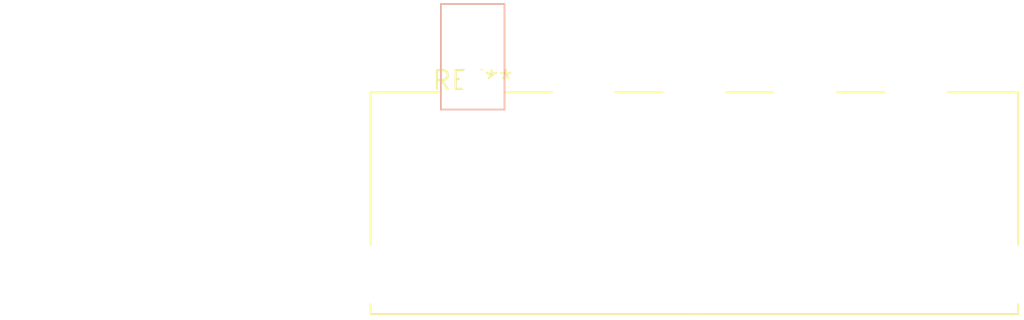
<source format=kicad_pcb>
(kicad_pcb (version 20240108) (generator pcbnew)
  (layers (0 "F.Cu" signal) (31 "B.Cu" signal) (34 "B.Paste" user) (35 "F.Paste" user) (36 "B.SilkS" user "B.Silkscreen") (37 "F.SilkS" user "F.Silkscreen") (38 "B.Mask" user) (39 "F.Mask" user) (44 "Edge.Cuts" user))
  (net 0 "")
  (footprint "Molex_Sabre_43160-1105_1x05_P7.49mm_Horizontal_ThermalVias" (layer "F.Cu") (at 0 0)
    (property "Reference" "REF**")
    (property "Value" "Molex_Sabre_43160-1105_1x05_P7.49mm_Horizontal_ThermalVias")
    (fp_line (start -2.15 -5.155) (end -2.15 1.975) (layer "B.SilkS") (stroke (width 0.12)))
    (fp_line (start -2.15 1.975) (end 2.15 1.975) (layer "B.SilkS") (stroke (width 0.12)))
    (fp_line (start 2.15 -5.155) (end -2.15 -5.155) (layer "B.SilkS") (stroke (width 0.12)))
    (fp_line (start 2.15 1.975) (end 2.15 -5.155) (layer "B.SilkS") (stroke (width 0.12)))
    (fp_line (start -6.9 0.815) (end -6.9 11.13) (layer "F.SilkS") (stroke (width 0.12)))
    (fp_line (start -6.9 15.13) (end -6.9 15.795) (layer "F.SilkS") (stroke (width 0.12)))
    (fp_line (start -6.9 15.795) (end 14.98 15.795) (layer "F.SilkS") (stroke (width 0.12)))
    (fp_line (start -2.15 0.815) (end -6.9 0.815) (layer "F.SilkS") (stroke (width 0.12)))
    (fp_line (start -2.15 0.815) (end -2.15 -4.895) (layer "F.SilkS") (stroke (width 0.12)))
    (fp_line (start 2.15 0.815) (end 5.34 0.815) (layer "F.SilkS") (stroke (width 0.12)))
    (fp_line (start 9.64 0.815) (end 12.83 0.815) (layer "F.SilkS") (stroke (width 0.12)))
    (fp_line (start 17.13 0.815) (end 20.32 0.815) (layer "F.SilkS") (stroke (width 0.12)))
    (fp_line (start 24.62 0.815) (end 27.81 0.815) (layer "F.SilkS") (stroke (width 0.12)))
    (fp_line (start 32.11 0.815) (end 36.86 0.815) (layer "F.SilkS") (stroke (width 0.12)))
    (fp_line (start 36.86 0.815) (end 36.86 11.13) (layer "F.SilkS") (stroke (width 0.12)))
    (fp_line (start 36.86 15.13) (end 36.86 15.795) (layer "F.SilkS") (stroke (width 0.12)))
    (fp_line (start 36.86 15.795) (end 14.98 15.795) (layer "F.SilkS") (stroke (width 0.12)))
    (pad "" thru_hole circle (at -4.75 13.13) (size 4 4) (drill 3) (layers *.Cu *.Mask) (remove_unused_layers))
    (pad "" thru_hole circle (at 34.71 13.13) (size 4 4) (drill 3) (layers *.Cu *.Mask) (remove_unused_layers))
    (pad "1" thru_hole rect (at -1.44 -4.445) (size 0.6 0.6) (drill 0.3) (layers *.Cu *.Mask) (remove_unused_layers))
    (pad "1" thru_hole rect (at -1.44 -3.0175) (size 0.6 0.6) (drill 0.3) (layers *.Cu *.Mask) (remove_unused_layers))
    (pad "1" thru_hole rect (at -1.44 -1.59) (size 0.6 0.6) (drill 0.3) (layers *.Cu *.Mask) (remove_unused_layers))
    (pad "1" thru_hole rect (at -1.44 -0.1625) (size 0.6 0.6) (drill 0.3) (layers *.Cu *.Mask) (remove_unused_layers))
    (pad "1" thru_hole rect (at -1.44 1.265) (size 0.6 0.6) (drill 0.3) (layers *.Cu *.Mask) (remove_unused_layers))
    (pad "1" thru_hole rect (at 0 -4.445) (size 0.6 0.6) (drill 0.3) (layers *.Cu *.Mask) (remove_unused_layers))
    (pad "1" thru_hole rect (at 0 -3.18) (size 3.78 3.43) (drill 1.78) (layers *.Cu *.Mask) (remove_unused_layers))
    (pad "1" thru_hole rect (at 0 -1.59) (size 0.6 0.6) (drill 0.3) (layers *.Cu *.Mask) (remove_unused_layers))
    (pad "1" thru_hole rect (at 0 0) (size 3.78 3.43) (drill 1.78) (layers *.Cu *.Mask) (remove_unused_layers))
    (pad "1" thru_hole rect (at 0 1.265) (size 0.6 0.6) (drill 0.3) (layers *.Cu *.Mask) (remove_unused_layers))
    (pad "1" thru_hole rect (at 1.44 -4.445) (size 0.6 0.6) (drill 0.3) (layers *.Cu *.Mask) (remove_unused_layers))
    (pad "1" thru_hole rect (at 1.44 -3.0175) (size 0.6 0.6) (drill 0.3) (layers *.Cu *.Mask) (remove_unused_layers))
    (pad "1" thru_hole rect (at 1.44 -1.59) (size 0.6 0.6) (drill 0.3) (layers *.Cu *.Mask) (remove_unused_layers))
    (pad "1" thru_hole rect (at 1.44 -0.1625) (size 0.6 0.6) (drill 0.3) (layers *.Cu *.Mask) (remove_unused_layers))
    (pad "1" thru_hole rect (at 1.44 1.265) (size 0.6 0.6) (drill 0.3) (layers *.Cu *.Mask) (remove_unused_layers))
    (pad "2" thru_hole circle (at 6.05 -4.445) (size 0.6 0.6) (drill 0.3) (layers *.Cu *.Mask) (remove_unused_layers))
    (pad "2" thru_hole circle (at 6.05 -3.0175) (size 0.6 0.6) (drill 0.3) (layers *.Cu *.Mask) (remove_unused_layers))
    (pad "2" thru_hole circle (at 6.05 -1.59) (size 0.6 0.6) (drill 0.3) (layers *.Cu *.Mask) (remove_unused_layers))
    (pad "2" thru_hole circle (at 6.05 -0.1625) (size 0.6 0.6) (drill 0.3) (layers *.Cu *.Mask) (remove_unused_layers))
    (pad "2" thru_hole circle (at 6.05 1.265) (size 0.6 0.6) (drill 0.3) (layers *.Cu *.Mask) (remove_unused_layers))
    (pad "2" thru_hole circle (at 7.49 -4.445) (size 0.6 0.6) (drill 0.3) (layers *.Cu *.Mask) (remove_unused_layers))
    (pad "2" thru_hole rect (at 7.49 -3.18) (size 3.78 3.43) (drill 1.78) (layers *.Cu *.Mask) (remove_unused_layers))
    (pad "2" thru_hole circle (at 7.49 -1.59) (size 0.6 0.6) (drill 0.3) (layers *.Cu *.Mask) (remove_unused_layers))
    (pad "2" thru_hole rect (at 7.49 0) (size 3.78 3.43) (drill 1.78) (layers *.Cu *.Mask) (remove_unused_layers))
    (pad "2" thru_hole circle (at 7.49 1.265) (size 0.6 0.6) (drill 0.3) (layers *.Cu *.Mask) (remove_unused_layers))
    (pad "2" thru_hole circle (at 8.93 -4.445) (size 0.6 0.6) (drill 0.3) (layers *.Cu *.Mask) (remove_unused_layers))
    (pad "2" thru_hole circle (at 8.93 -3.0175) (size 0.6 0.6) (drill 0.3) (layers *.Cu *.Mask) (remove_unused_layers))
    (pad "2" thru_hole circle (at 8.93 -1.59) (size 0.6 0.6) (drill 0.3) (layers *.Cu *.Mask) (remove_unused_layers))
    (pad "2" thru_hole circle (at 8.93 -0.1625) (size 0.6 0.6) (drill 0.3) (layers *.Cu *.Mask) (remove_unused_layers))
    (pad "2" thru_hole circle (at 8.93 1.265) (size 0.6 0.6) (drill 0.3) (layers *.Cu *.Mask) (remove_unused_layers))
    (pad "3" thru_hole circle (at 13.54 -4.445) (size 0.6 0.6) (drill 0.3) (layers *.Cu *.Mask) (remove_unused_layers))
    (pad "3" thru_hole circle (at 13.54 -3.0175) (size 0.6 0.6) (drill 0.3) (layers *.Cu *.Mask) (remove_unused_layers))
    (pad "3" thru_hole circle (at 13.54 -1.59) (size 0.6 0.6) (drill 0.3) (layers *.Cu *.Mask) (remove_unused_layers))
    (pad "3" thru_hole circle (at 13.54 -0.1625) (size 0.6 0.6) (drill 0.3) (layers *.Cu *.Mask) (remove_unused_layers))
    (pad "3" thru_hole circle (at 13.54 1.265) (size 0.6 0.6) (drill 0.3) (layers *.Cu *.Mask) (remove_unused_layers))
    (pad "3" thru_hole circle (at 14.98 -4.445) (size 0.6 0.6) (drill 0.3) (layers *.Cu *.Mask) (remove_unused_layers))
    (pad "3" thru_hole rect (at 14.98 -3.18) (size 3.78 3.43) (drill 1.78) (layers *.Cu *.Mask) (remove_unused_layers))
    (pad "3" thru_hole circle (at 14.98 -1.59) (size 0.6 0.6) (drill 0.3) (layers *.Cu *.Mask) (remove_unused_layers))
    (pad "3" thru_hole rect (at 14.98 0) (size 3.78 3.43) (drill 1.78) (layers *.Cu *.Mask) (remove_unused_layers))
    (pad "3" thru_hole circle (at 14.98 1.265) (size 0.6 0.6) (drill 0.3) (layers *.Cu *.Mask) (remove_unused_layers))
    (pad "3" thru_hole circle (at 16.42 -4.445) (size 0.6 0.6) (drill 0.3) (layers *.Cu *.Mask) (remove_unused_layers))
    (pad "3" thru_hole circle (at 16.42 -3.0175) (size 0.6 0.6) (drill 0.3) (layers *.Cu *.Mask) (remove_unused_layers))
    (pad "3" thru_hole circle (at 16.42 -1.59) (size 0.6 0.6) (drill 0.3) (layers *.Cu *.Mask) (remove_unused_layers))
    (pad "3" thru_hole circle (at 16.42 -0.1625) (size 0.6 0.6) (drill 0.3) (layers *.Cu *.Mask) (remove_unused_layers))
    (pad "3" thru_hole circle (at 16.42 1.265) (size 0.6 0.6) (drill 0.3) (layers *.Cu *.Mask) (remove_unused_layers))
    (pad "4" thru_hole circle (at 21.03 -4.445) (size 0.6 0.6) (drill 0.3) (layers *.Cu *.Mask) (remove_unused_layers))
    (pad "4" thru_hole circle (at 21.03 -3.0175) (size 0.6 0.6) (drill 0.3) (layers *.Cu *.Mask) (remove_unused_layers))
    (pad "4" thru_hole circle (at 21.03 -1.59) (size 0.6 0.6) (drill 0.3) (layers *.Cu *.Mask) (remove_unused_layers))
    (pad "4" thru_hole circle (at 21.03 -0.1625) (size 0.6 0.6) (drill 0.3) (layers *.Cu *.Mask) (remove_unused_layers))
    (pad "4" thru_hole circle (at 21.03 1.265) (size 0.6 0.6) (drill 0.3) (layers *.Cu *.Mask) (remove_unused_layers))
    (pad "4" thru_hole circle (at 22.47 -4.445) (size 0.6 0.6) (drill 0.3) (layers *.Cu *.Mask) (remove_unused_layers))
    (pad "4" thru_hole rect (at 22.47 -3.18) (size 3.78 3.43) (drill 1.78) (layers *.Cu *.Mask) (remove_unused_layers))
    (pad "4" thru_hole circle (at 22.47 -1.59) (size 0.6 0.6) (drill 0.3) (layers *.Cu *.Mask) (remove_unused_layers))
    (pad "4" thru_hole rect (at 22.47 0) (size 3.78 3.43) (drill 1.78) (layers *.Cu *.Mask) (remove_unused_layers))
    (pad "4" thru_hole circle (at 22.47 1.265) (size 0.6 0.6) (drill 0.3) (layers *.Cu *.Mask) (remove_unused_layers))
    (pad "4" thru_hole circle (at 23.91 -4.445) (size 0.6 0.6) (drill 0.3) (layers *.Cu *.Mask) (remove_unused_layers))
    (pad "4" thru_hole circle (at 23.91 -3.0175) (size 0.6 0.6) (drill 0.3) (layers *.Cu *.Mask) (remove_unused_layers))
    (pad "4" thru_hole circle (at 23.91 -1.59) (size 0.6 0.6) (drill 0.3) (layers *.Cu *.Mask) (remove_unused_layers))
    (pad "4" thru_hole circle (at 23.91 -0.1625) (size 0.6 0.6) (drill 0.3) (layers *.Cu *.Mask) (remove_unused_layers))
    (pad "4" thru_hole circle (at 23.91 1.265) (size 0.6 0.6) (drill 0.3) (layers *.Cu *.Mask) (remove_unused_layers))
    (pad "5" thru_hole circle (at 28.52 -4.445) (size 0.6 0.6) (drill 0.3) (layers *.Cu *.Mask) (remove_unused_layers))
    (pad "5" thru_hole circle (at 28.52 -3.0175) (size 0.6 0.6) (drill 0.3) (layers *.Cu *.Mask) (remove_unused_layers))
    (pad "5" thru_hole circle (at 28.52 -1.59) (size 0.6 0.6) (drill 0.3) (layers *.Cu *.Mask) (remove_unused_layers))
    (pad "5" thru_hole circle (at 28.52 -0.1625) (size 0.6 0.6) (drill 0.3) (layers *.Cu *.Mask) (remove_unused_layers))
    (pad "5" thru_hole circle (at 28.52 1.265) (size 0.6 0.6) (drill 0.3) (layers *.Cu *.Mask) (remove_unused_layers))
    (pad "5" thru_hole circle (at 29.96 -4.445) (size 0.6 0.6) (drill 0.3) (layers *.Cu *.Mask) (remove_unused_layers))
    (pad "5" thru_hole rect (at 29.96 -3.18) (size 3.78 3.43) (drill 1.78) (layers *.Cu *.Mask) (remove_unused_layers))
    (pad "5" thru_hole circle (at 29.96 -1.59) (size 0.6 0.6) (drill 0.3) (layers *.Cu *.Mask) (remove_unused_layers))
    (pad "5" thru_hole rect (at 29.96 0) (size 3.78 3.43) (drill 1.78) (layers *.Cu *.Mask) (remove_unused_layers))
    (pad "5" thru_hole circle (at 29.96 1.265) (size 0.6 0.6) (drill 0.3) (layers *.Cu *.Mask) (remove_unused_layers))
    (pad "5" thru_hole circle (at 31.4 -4.445) (size 0.6 0.6) (drill 0.3) (layers *.Cu *.Mask) (remove_unused_layers))
    (pad "5" thru_hole circle (at 31.4 -3.0175) (size 0.6 0.6) (drill 0.3) (layers *.Cu *.Mask) (remove_unused_layers))
    (pad "5" thru_hole circle (at 31.4 -1.59) (size 0.6 0.6) (drill 0.3) (layers *.Cu *.Mask) (remove_unused_layers))
    (pad "5" thru_hole circle (at 31.4 -0.1625) (size 0.6 0.6) (drill 0.3) (layers *.Cu *.Mask) (remove_unused_layers))
    (pad "5" thru_hole circle (at 31.4 1.265) (size 0.6 0.6) (drill 0.3) (layers *.Cu *.Mask) (remove_unused_layers))
  )
)
</source>
